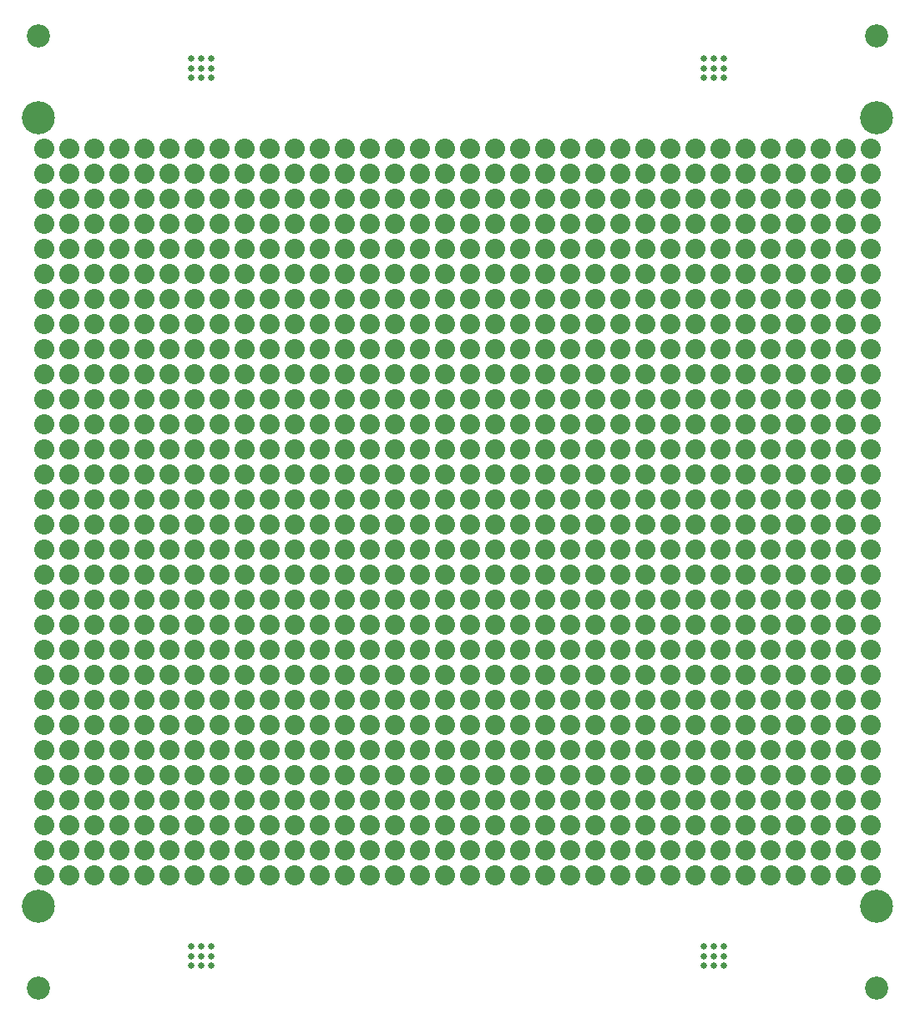
<source format=gbs>
G75*
%MOIN*%
%OFA0B0*%
%FSLAX25Y25*%
%IPPOS*%
%LPD*%
%AMOC8*
5,1,8,0,0,1.08239X$1,22.5*
%
%ADD10C,0.13198*%
%ADD11C,0.02569*%
%ADD12C,0.09261*%
%ADD13C,0.08000*%
D10*
X0016427Y0041170D03*
X0016427Y0356131D03*
X0351072Y0356131D03*
X0351072Y0041170D03*
D11*
X0290049Y0025422D03*
X0290049Y0021485D03*
X0290049Y0017548D03*
X0286112Y0017548D03*
X0286112Y0021485D03*
X0286112Y0025422D03*
X0282175Y0025422D03*
X0282175Y0021485D03*
X0282175Y0017548D03*
X0085324Y0017548D03*
X0081387Y0017548D03*
X0077450Y0017548D03*
X0077450Y0021485D03*
X0077450Y0025422D03*
X0081387Y0025422D03*
X0081387Y0021485D03*
X0085324Y0021485D03*
X0085324Y0025422D03*
X0085324Y0371879D03*
X0081387Y0371879D03*
X0077450Y0371879D03*
X0077450Y0375816D03*
X0077450Y0379753D03*
X0081387Y0379753D03*
X0081387Y0375816D03*
X0085324Y0375816D03*
X0085324Y0379753D03*
X0282175Y0379753D03*
X0286112Y0379753D03*
X0286112Y0375816D03*
X0286112Y0371879D03*
X0282175Y0371879D03*
X0282175Y0375816D03*
X0290049Y0375816D03*
X0290049Y0379753D03*
X0290049Y0371879D03*
D12*
X0016427Y0008690D03*
X0351072Y0008690D03*
X0351072Y0388611D03*
X0016427Y0388611D03*
D13*
X0018750Y0343650D03*
X0028750Y0343650D03*
X0038750Y0343650D03*
X0048750Y0343650D03*
X0058750Y0343650D03*
X0068750Y0343650D03*
X0078750Y0343650D03*
X0088750Y0343650D03*
X0098750Y0343650D03*
X0108750Y0343650D03*
X0118750Y0343650D03*
X0128750Y0343650D03*
X0138750Y0343650D03*
X0148750Y0343650D03*
X0158750Y0343650D03*
X0168750Y0343650D03*
X0178750Y0343650D03*
X0188750Y0343650D03*
X0198750Y0343650D03*
X0208750Y0343650D03*
X0218750Y0343650D03*
X0228750Y0343650D03*
X0238750Y0343650D03*
X0248750Y0343650D03*
X0258750Y0343650D03*
X0268750Y0343650D03*
X0278750Y0343650D03*
X0288750Y0343650D03*
X0298750Y0343650D03*
X0308750Y0343650D03*
X0318750Y0343650D03*
X0328750Y0343650D03*
X0338750Y0343650D03*
X0348750Y0343650D03*
X0348750Y0333650D03*
X0348750Y0323650D03*
X0348750Y0313650D03*
X0348750Y0303650D03*
X0348750Y0293650D03*
X0348750Y0283650D03*
X0348750Y0273650D03*
X0348750Y0263650D03*
X0348750Y0253650D03*
X0348750Y0243650D03*
X0348750Y0233650D03*
X0348750Y0223650D03*
X0348750Y0213650D03*
X0348750Y0203650D03*
X0348750Y0193650D03*
X0348750Y0183650D03*
X0348750Y0173650D03*
X0348750Y0163650D03*
X0348750Y0153650D03*
X0348750Y0143650D03*
X0348750Y0133650D03*
X0348750Y0123650D03*
X0348750Y0113650D03*
X0348750Y0103650D03*
X0348750Y0093650D03*
X0348750Y0083650D03*
X0348750Y0073650D03*
X0348750Y0063650D03*
X0348750Y0053650D03*
X0338750Y0053650D03*
X0338750Y0063650D03*
X0338750Y0073650D03*
X0338750Y0083650D03*
X0338750Y0093650D03*
X0338750Y0103650D03*
X0338750Y0113650D03*
X0338750Y0123650D03*
X0338750Y0133650D03*
X0338750Y0143650D03*
X0338750Y0153650D03*
X0338750Y0163650D03*
X0338750Y0173650D03*
X0338750Y0183650D03*
X0338750Y0193650D03*
X0338750Y0203650D03*
X0338750Y0213650D03*
X0338750Y0223650D03*
X0338750Y0233650D03*
X0338750Y0243650D03*
X0338750Y0253650D03*
X0338750Y0263650D03*
X0338750Y0273650D03*
X0338750Y0283650D03*
X0338750Y0293650D03*
X0338750Y0303650D03*
X0338750Y0313650D03*
X0338750Y0323650D03*
X0338750Y0333650D03*
X0328750Y0333650D03*
X0328750Y0323650D03*
X0328750Y0313650D03*
X0328750Y0303650D03*
X0328750Y0293650D03*
X0328750Y0283650D03*
X0328750Y0273650D03*
X0328750Y0263650D03*
X0328750Y0253650D03*
X0328750Y0243650D03*
X0328750Y0233650D03*
X0328750Y0223650D03*
X0328750Y0213650D03*
X0328750Y0203650D03*
X0328750Y0193650D03*
X0328750Y0183650D03*
X0328750Y0173650D03*
X0328750Y0163650D03*
X0328750Y0153650D03*
X0328750Y0143650D03*
X0328750Y0133650D03*
X0328750Y0123650D03*
X0328750Y0113650D03*
X0328750Y0103650D03*
X0328750Y0093650D03*
X0328750Y0083650D03*
X0328750Y0073650D03*
X0328750Y0063650D03*
X0328750Y0053650D03*
X0318750Y0053650D03*
X0308750Y0053650D03*
X0308750Y0063650D03*
X0318750Y0063650D03*
X0318750Y0073650D03*
X0308750Y0073650D03*
X0308750Y0083650D03*
X0318750Y0083650D03*
X0318750Y0093650D03*
X0308750Y0093650D03*
X0308750Y0103650D03*
X0318750Y0103650D03*
X0318750Y0113650D03*
X0308750Y0113650D03*
X0308750Y0123650D03*
X0318750Y0123650D03*
X0318750Y0133650D03*
X0308750Y0133650D03*
X0308750Y0143650D03*
X0318750Y0143650D03*
X0318750Y0153650D03*
X0308750Y0153650D03*
X0308750Y0163650D03*
X0318750Y0163650D03*
X0318750Y0173650D03*
X0308750Y0173650D03*
X0308750Y0183650D03*
X0318750Y0183650D03*
X0318750Y0193650D03*
X0308750Y0193650D03*
X0308750Y0203650D03*
X0318750Y0203650D03*
X0318750Y0213650D03*
X0308750Y0213650D03*
X0308750Y0223650D03*
X0318750Y0223650D03*
X0318750Y0233650D03*
X0308750Y0233650D03*
X0308750Y0243650D03*
X0318750Y0243650D03*
X0318750Y0253650D03*
X0308750Y0253650D03*
X0308750Y0263650D03*
X0318750Y0263650D03*
X0318750Y0273650D03*
X0308750Y0273650D03*
X0308750Y0283650D03*
X0318750Y0283650D03*
X0318750Y0293650D03*
X0308750Y0293650D03*
X0308750Y0303650D03*
X0318750Y0303650D03*
X0318750Y0313650D03*
X0308750Y0313650D03*
X0308750Y0323650D03*
X0318750Y0323650D03*
X0318750Y0333650D03*
X0308750Y0333650D03*
X0298750Y0333650D03*
X0298750Y0323650D03*
X0298750Y0313650D03*
X0298750Y0303650D03*
X0298750Y0293650D03*
X0298750Y0283650D03*
X0298750Y0273650D03*
X0298750Y0263650D03*
X0298750Y0253650D03*
X0298750Y0243650D03*
X0298750Y0233650D03*
X0298750Y0223650D03*
X0298750Y0213650D03*
X0298750Y0203650D03*
X0298750Y0193650D03*
X0298750Y0183650D03*
X0298750Y0173650D03*
X0298750Y0163650D03*
X0298750Y0153650D03*
X0298750Y0143650D03*
X0298750Y0133650D03*
X0298750Y0123650D03*
X0298750Y0113650D03*
X0298750Y0103650D03*
X0298750Y0093650D03*
X0298750Y0083650D03*
X0298750Y0073650D03*
X0298750Y0063650D03*
X0298750Y0053650D03*
X0288750Y0053650D03*
X0288750Y0063650D03*
X0288750Y0073650D03*
X0288750Y0083650D03*
X0288750Y0093650D03*
X0288750Y0103650D03*
X0288750Y0113650D03*
X0288750Y0123650D03*
X0288750Y0133650D03*
X0288750Y0143650D03*
X0288750Y0153650D03*
X0288750Y0163650D03*
X0288750Y0173650D03*
X0288750Y0183650D03*
X0288750Y0193650D03*
X0288750Y0203650D03*
X0288750Y0213650D03*
X0288750Y0223650D03*
X0288750Y0233650D03*
X0288750Y0243650D03*
X0288750Y0253650D03*
X0288750Y0263650D03*
X0288750Y0273650D03*
X0288750Y0283650D03*
X0288750Y0293650D03*
X0288750Y0303650D03*
X0288750Y0313650D03*
X0288750Y0323650D03*
X0288750Y0333650D03*
X0278750Y0333650D03*
X0278750Y0323650D03*
X0268750Y0323650D03*
X0268750Y0333650D03*
X0258750Y0333650D03*
X0258750Y0323650D03*
X0258750Y0313650D03*
X0258750Y0303650D03*
X0268750Y0303650D03*
X0278750Y0303650D03*
X0278750Y0313650D03*
X0268750Y0313650D03*
X0268750Y0293650D03*
X0278750Y0293650D03*
X0278750Y0283650D03*
X0268750Y0283650D03*
X0268750Y0273650D03*
X0278750Y0273650D03*
X0278750Y0263650D03*
X0268750Y0263650D03*
X0268750Y0253650D03*
X0278750Y0253650D03*
X0278750Y0243650D03*
X0268750Y0243650D03*
X0268750Y0233650D03*
X0278750Y0233650D03*
X0278750Y0223650D03*
X0268750Y0223650D03*
X0268750Y0213650D03*
X0278750Y0213650D03*
X0278750Y0203650D03*
X0268750Y0203650D03*
X0268750Y0193650D03*
X0278750Y0193650D03*
X0278750Y0183650D03*
X0268750Y0183650D03*
X0268750Y0173650D03*
X0278750Y0173650D03*
X0278750Y0163650D03*
X0268750Y0163650D03*
X0268750Y0153650D03*
X0278750Y0153650D03*
X0278750Y0143650D03*
X0268750Y0143650D03*
X0268750Y0133650D03*
X0278750Y0133650D03*
X0278750Y0123650D03*
X0268750Y0123650D03*
X0268750Y0113650D03*
X0278750Y0113650D03*
X0278750Y0103650D03*
X0268750Y0103650D03*
X0268750Y0093650D03*
X0278750Y0093650D03*
X0278750Y0083650D03*
X0268750Y0083650D03*
X0268750Y0073650D03*
X0278750Y0073650D03*
X0278750Y0063650D03*
X0268750Y0063650D03*
X0268750Y0053650D03*
X0278750Y0053650D03*
X0258750Y0053650D03*
X0258750Y0063650D03*
X0258750Y0073650D03*
X0258750Y0083650D03*
X0258750Y0093650D03*
X0258750Y0103650D03*
X0258750Y0113650D03*
X0258750Y0123650D03*
X0258750Y0133650D03*
X0258750Y0143650D03*
X0258750Y0153650D03*
X0258750Y0163650D03*
X0258750Y0173650D03*
X0258750Y0183650D03*
X0258750Y0193650D03*
X0258750Y0203650D03*
X0258750Y0213650D03*
X0258750Y0223650D03*
X0258750Y0233650D03*
X0258750Y0243650D03*
X0258750Y0253650D03*
X0258750Y0263650D03*
X0258750Y0273650D03*
X0258750Y0283650D03*
X0258750Y0293650D03*
X0248750Y0293650D03*
X0248750Y0283650D03*
X0238750Y0283650D03*
X0238750Y0293650D03*
X0238750Y0303650D03*
X0248750Y0303650D03*
X0248750Y0313650D03*
X0238750Y0313650D03*
X0238750Y0323650D03*
X0248750Y0323650D03*
X0248750Y0333650D03*
X0238750Y0333650D03*
X0228750Y0333650D03*
X0228750Y0323650D03*
X0228750Y0313650D03*
X0228750Y0303650D03*
X0228750Y0293650D03*
X0228750Y0283650D03*
X0228750Y0273650D03*
X0228750Y0263650D03*
X0238750Y0263650D03*
X0248750Y0263650D03*
X0248750Y0273650D03*
X0238750Y0273650D03*
X0238750Y0253650D03*
X0248750Y0253650D03*
X0248750Y0243650D03*
X0238750Y0243650D03*
X0238750Y0233650D03*
X0248750Y0233650D03*
X0248750Y0223650D03*
X0238750Y0223650D03*
X0238750Y0213650D03*
X0248750Y0213650D03*
X0248750Y0203650D03*
X0238750Y0203650D03*
X0238750Y0193650D03*
X0248750Y0193650D03*
X0248750Y0183650D03*
X0238750Y0183650D03*
X0238750Y0173650D03*
X0248750Y0173650D03*
X0248750Y0163650D03*
X0238750Y0163650D03*
X0238750Y0153650D03*
X0248750Y0153650D03*
X0248750Y0143650D03*
X0238750Y0143650D03*
X0238750Y0133650D03*
X0248750Y0133650D03*
X0248750Y0123650D03*
X0238750Y0123650D03*
X0238750Y0113650D03*
X0248750Y0113650D03*
X0248750Y0103650D03*
X0238750Y0103650D03*
X0238750Y0093650D03*
X0248750Y0093650D03*
X0248750Y0083650D03*
X0238750Y0083650D03*
X0238750Y0073650D03*
X0248750Y0073650D03*
X0248750Y0063650D03*
X0238750Y0063650D03*
X0238750Y0053650D03*
X0248750Y0053650D03*
X0228750Y0053650D03*
X0228750Y0063650D03*
X0228750Y0073650D03*
X0228750Y0083650D03*
X0228750Y0093650D03*
X0228750Y0103650D03*
X0228750Y0113650D03*
X0228750Y0123650D03*
X0228750Y0133650D03*
X0228750Y0143650D03*
X0228750Y0153650D03*
X0228750Y0163650D03*
X0228750Y0173650D03*
X0228750Y0183650D03*
X0228750Y0193650D03*
X0228750Y0203650D03*
X0228750Y0213650D03*
X0228750Y0223650D03*
X0228750Y0233650D03*
X0228750Y0243650D03*
X0228750Y0253650D03*
X0218750Y0253650D03*
X0218750Y0243650D03*
X0218750Y0233650D03*
X0218750Y0223650D03*
X0218750Y0213650D03*
X0218750Y0203650D03*
X0218750Y0193650D03*
X0218750Y0183650D03*
X0218750Y0173650D03*
X0218750Y0163650D03*
X0218750Y0153650D03*
X0218750Y0143650D03*
X0218750Y0133650D03*
X0218750Y0123650D03*
X0218750Y0113650D03*
X0218750Y0103650D03*
X0218750Y0093650D03*
X0218750Y0083650D03*
X0218750Y0073650D03*
X0218750Y0063650D03*
X0218750Y0053650D03*
X0208750Y0053650D03*
X0198750Y0053650D03*
X0198750Y0063650D03*
X0208750Y0063650D03*
X0208750Y0073650D03*
X0198750Y0073650D03*
X0198750Y0083650D03*
X0208750Y0083650D03*
X0208750Y0093650D03*
X0198750Y0093650D03*
X0198750Y0103650D03*
X0208750Y0103650D03*
X0208750Y0113650D03*
X0198750Y0113650D03*
X0198750Y0123650D03*
X0208750Y0123650D03*
X0208750Y0133650D03*
X0198750Y0133650D03*
X0198750Y0143650D03*
X0208750Y0143650D03*
X0208750Y0153650D03*
X0198750Y0153650D03*
X0198750Y0163650D03*
X0208750Y0163650D03*
X0208750Y0173650D03*
X0198750Y0173650D03*
X0198750Y0183650D03*
X0208750Y0183650D03*
X0208750Y0193650D03*
X0198750Y0193650D03*
X0198750Y0203650D03*
X0208750Y0203650D03*
X0208750Y0213650D03*
X0198750Y0213650D03*
X0198750Y0223650D03*
X0208750Y0223650D03*
X0208750Y0233650D03*
X0198750Y0233650D03*
X0198750Y0243650D03*
X0208750Y0243650D03*
X0208750Y0253650D03*
X0198750Y0253650D03*
X0198750Y0263650D03*
X0208750Y0263650D03*
X0208750Y0273650D03*
X0198750Y0273650D03*
X0198750Y0283650D03*
X0208750Y0283650D03*
X0208750Y0293650D03*
X0198750Y0293650D03*
X0198750Y0303650D03*
X0208750Y0303650D03*
X0208750Y0313650D03*
X0198750Y0313650D03*
X0198750Y0323650D03*
X0208750Y0323650D03*
X0208750Y0333650D03*
X0198750Y0333650D03*
X0188750Y0333650D03*
X0188750Y0323650D03*
X0188750Y0313650D03*
X0188750Y0303650D03*
X0188750Y0293650D03*
X0188750Y0283650D03*
X0188750Y0273650D03*
X0188750Y0263650D03*
X0188750Y0253650D03*
X0188750Y0243650D03*
X0188750Y0233650D03*
X0188750Y0223650D03*
X0188750Y0213650D03*
X0188750Y0203650D03*
X0188750Y0193650D03*
X0188750Y0183650D03*
X0188750Y0173650D03*
X0188750Y0163650D03*
X0188750Y0153650D03*
X0188750Y0143650D03*
X0188750Y0133650D03*
X0188750Y0123650D03*
X0188750Y0113650D03*
X0188750Y0103650D03*
X0188750Y0093650D03*
X0188750Y0083650D03*
X0188750Y0073650D03*
X0188750Y0063650D03*
X0188750Y0053650D03*
X0178750Y0053650D03*
X0178750Y0063650D03*
X0178750Y0073650D03*
X0178750Y0083650D03*
X0178750Y0093650D03*
X0178750Y0103650D03*
X0178750Y0113650D03*
X0178750Y0123650D03*
X0178750Y0133650D03*
X0178750Y0143650D03*
X0178750Y0153650D03*
X0178750Y0163650D03*
X0178750Y0173650D03*
X0178750Y0183650D03*
X0178750Y0193650D03*
X0178750Y0203650D03*
X0178750Y0213650D03*
X0178750Y0223650D03*
X0178750Y0233650D03*
X0178750Y0243650D03*
X0178750Y0253650D03*
X0178750Y0263650D03*
X0178750Y0273650D03*
X0178750Y0283650D03*
X0178750Y0293650D03*
X0178750Y0303650D03*
X0178750Y0313650D03*
X0178750Y0323650D03*
X0178750Y0333650D03*
X0168750Y0333650D03*
X0168750Y0323650D03*
X0158750Y0323650D03*
X0158750Y0333650D03*
X0148750Y0333650D03*
X0148750Y0323650D03*
X0148750Y0313650D03*
X0148750Y0303650D03*
X0158750Y0303650D03*
X0168750Y0303650D03*
X0168750Y0313650D03*
X0158750Y0313650D03*
X0158750Y0293650D03*
X0168750Y0293650D03*
X0168750Y0283650D03*
X0158750Y0283650D03*
X0158750Y0273650D03*
X0168750Y0273650D03*
X0168750Y0263650D03*
X0158750Y0263650D03*
X0158750Y0253650D03*
X0168750Y0253650D03*
X0168750Y0243650D03*
X0158750Y0243650D03*
X0158750Y0233650D03*
X0168750Y0233650D03*
X0168750Y0223650D03*
X0158750Y0223650D03*
X0158750Y0213650D03*
X0168750Y0213650D03*
X0168750Y0203650D03*
X0158750Y0203650D03*
X0158750Y0193650D03*
X0168750Y0193650D03*
X0168750Y0183650D03*
X0158750Y0183650D03*
X0158750Y0173650D03*
X0168750Y0173650D03*
X0168750Y0163650D03*
X0158750Y0163650D03*
X0158750Y0153650D03*
X0168750Y0153650D03*
X0168750Y0143650D03*
X0158750Y0143650D03*
X0158750Y0133650D03*
X0168750Y0133650D03*
X0168750Y0123650D03*
X0158750Y0123650D03*
X0158750Y0113650D03*
X0168750Y0113650D03*
X0168750Y0103650D03*
X0158750Y0103650D03*
X0158750Y0093650D03*
X0168750Y0093650D03*
X0168750Y0083650D03*
X0158750Y0083650D03*
X0158750Y0073650D03*
X0168750Y0073650D03*
X0168750Y0063650D03*
X0158750Y0063650D03*
X0158750Y0053650D03*
X0168750Y0053650D03*
X0148750Y0053650D03*
X0148750Y0063650D03*
X0148750Y0073650D03*
X0148750Y0083650D03*
X0148750Y0093650D03*
X0148750Y0103650D03*
X0148750Y0113650D03*
X0148750Y0123650D03*
X0148750Y0133650D03*
X0148750Y0143650D03*
X0148750Y0153650D03*
X0148750Y0163650D03*
X0148750Y0173650D03*
X0148750Y0183650D03*
X0148750Y0193650D03*
X0148750Y0203650D03*
X0148750Y0213650D03*
X0148750Y0223650D03*
X0148750Y0233650D03*
X0148750Y0243650D03*
X0148750Y0253650D03*
X0148750Y0263650D03*
X0148750Y0273650D03*
X0148750Y0283650D03*
X0148750Y0293650D03*
X0138750Y0293650D03*
X0138750Y0283650D03*
X0128750Y0283650D03*
X0128750Y0293650D03*
X0128750Y0303650D03*
X0138750Y0303650D03*
X0138750Y0313650D03*
X0128750Y0313650D03*
X0128750Y0323650D03*
X0138750Y0323650D03*
X0138750Y0333650D03*
X0128750Y0333650D03*
X0118750Y0333650D03*
X0118750Y0323650D03*
X0118750Y0313650D03*
X0118750Y0303650D03*
X0118750Y0293650D03*
X0118750Y0283650D03*
X0118750Y0273650D03*
X0118750Y0263650D03*
X0128750Y0263650D03*
X0138750Y0263650D03*
X0138750Y0273650D03*
X0128750Y0273650D03*
X0128750Y0253650D03*
X0138750Y0253650D03*
X0138750Y0243650D03*
X0128750Y0243650D03*
X0128750Y0233650D03*
X0138750Y0233650D03*
X0138750Y0223650D03*
X0128750Y0223650D03*
X0128750Y0213650D03*
X0138750Y0213650D03*
X0138750Y0203650D03*
X0128750Y0203650D03*
X0128750Y0193650D03*
X0138750Y0193650D03*
X0138750Y0183650D03*
X0128750Y0183650D03*
X0128750Y0173650D03*
X0138750Y0173650D03*
X0138750Y0163650D03*
X0128750Y0163650D03*
X0128750Y0153650D03*
X0138750Y0153650D03*
X0138750Y0143650D03*
X0128750Y0143650D03*
X0128750Y0133650D03*
X0138750Y0133650D03*
X0138750Y0123650D03*
X0128750Y0123650D03*
X0128750Y0113650D03*
X0138750Y0113650D03*
X0138750Y0103650D03*
X0128750Y0103650D03*
X0128750Y0093650D03*
X0138750Y0093650D03*
X0138750Y0083650D03*
X0128750Y0083650D03*
X0128750Y0073650D03*
X0138750Y0073650D03*
X0138750Y0063650D03*
X0128750Y0063650D03*
X0128750Y0053650D03*
X0138750Y0053650D03*
X0118750Y0053650D03*
X0118750Y0063650D03*
X0118750Y0073650D03*
X0118750Y0083650D03*
X0118750Y0093650D03*
X0118750Y0103650D03*
X0118750Y0113650D03*
X0118750Y0123650D03*
X0118750Y0133650D03*
X0118750Y0143650D03*
X0118750Y0153650D03*
X0118750Y0163650D03*
X0118750Y0173650D03*
X0118750Y0183650D03*
X0118750Y0193650D03*
X0118750Y0203650D03*
X0118750Y0213650D03*
X0118750Y0223650D03*
X0118750Y0233650D03*
X0118750Y0243650D03*
X0118750Y0253650D03*
X0108750Y0253650D03*
X0108750Y0243650D03*
X0108750Y0233650D03*
X0108750Y0223650D03*
X0108750Y0213650D03*
X0108750Y0203650D03*
X0108750Y0193650D03*
X0108750Y0183650D03*
X0108750Y0173650D03*
X0108750Y0163650D03*
X0108750Y0153650D03*
X0108750Y0143650D03*
X0108750Y0133650D03*
X0108750Y0123650D03*
X0108750Y0113650D03*
X0108750Y0103650D03*
X0108750Y0093650D03*
X0108750Y0083650D03*
X0108750Y0073650D03*
X0108750Y0063650D03*
X0108750Y0053650D03*
X0098750Y0053650D03*
X0088750Y0053650D03*
X0088750Y0063650D03*
X0098750Y0063650D03*
X0098750Y0073650D03*
X0088750Y0073650D03*
X0088750Y0083650D03*
X0098750Y0083650D03*
X0098750Y0093650D03*
X0088750Y0093650D03*
X0088750Y0103650D03*
X0098750Y0103650D03*
X0098750Y0113650D03*
X0088750Y0113650D03*
X0088750Y0123650D03*
X0098750Y0123650D03*
X0098750Y0133650D03*
X0088750Y0133650D03*
X0088750Y0143650D03*
X0098750Y0143650D03*
X0098750Y0153650D03*
X0088750Y0153650D03*
X0088750Y0163650D03*
X0098750Y0163650D03*
X0098750Y0173650D03*
X0088750Y0173650D03*
X0088750Y0183650D03*
X0098750Y0183650D03*
X0098750Y0193650D03*
X0088750Y0193650D03*
X0088750Y0203650D03*
X0098750Y0203650D03*
X0098750Y0213650D03*
X0088750Y0213650D03*
X0088750Y0223650D03*
X0098750Y0223650D03*
X0098750Y0233650D03*
X0088750Y0233650D03*
X0088750Y0243650D03*
X0098750Y0243650D03*
X0098750Y0253650D03*
X0088750Y0253650D03*
X0088750Y0263650D03*
X0098750Y0263650D03*
X0098750Y0273650D03*
X0088750Y0273650D03*
X0088750Y0283650D03*
X0098750Y0283650D03*
X0098750Y0293650D03*
X0088750Y0293650D03*
X0088750Y0303650D03*
X0098750Y0303650D03*
X0098750Y0313650D03*
X0088750Y0313650D03*
X0088750Y0323650D03*
X0098750Y0323650D03*
X0098750Y0333650D03*
X0088750Y0333650D03*
X0078750Y0333650D03*
X0078750Y0323650D03*
X0078750Y0313650D03*
X0078750Y0303650D03*
X0078750Y0293650D03*
X0078750Y0283650D03*
X0078750Y0273650D03*
X0078750Y0263650D03*
X0078750Y0253650D03*
X0078750Y0243650D03*
X0078750Y0233650D03*
X0078750Y0223650D03*
X0078750Y0213650D03*
X0078750Y0203650D03*
X0078750Y0193650D03*
X0078750Y0183650D03*
X0078750Y0173650D03*
X0078750Y0163650D03*
X0078750Y0153650D03*
X0078750Y0143650D03*
X0078750Y0133650D03*
X0078750Y0123650D03*
X0078750Y0113650D03*
X0078750Y0103650D03*
X0078750Y0093650D03*
X0078750Y0083650D03*
X0078750Y0073650D03*
X0078750Y0063650D03*
X0078750Y0053650D03*
X0068750Y0053650D03*
X0058750Y0053650D03*
X0058750Y0063650D03*
X0068750Y0063650D03*
X0068750Y0073650D03*
X0058750Y0073650D03*
X0058750Y0083650D03*
X0068750Y0083650D03*
X0068750Y0093650D03*
X0058750Y0093650D03*
X0058750Y0103650D03*
X0068750Y0103650D03*
X0068750Y0113650D03*
X0058750Y0113650D03*
X0058750Y0123650D03*
X0068750Y0123650D03*
X0068750Y0133650D03*
X0058750Y0133650D03*
X0058750Y0143650D03*
X0068750Y0143650D03*
X0068750Y0153650D03*
X0058750Y0153650D03*
X0058750Y0163650D03*
X0068750Y0163650D03*
X0068750Y0173650D03*
X0058750Y0173650D03*
X0058750Y0183650D03*
X0068750Y0183650D03*
X0068750Y0193650D03*
X0058750Y0193650D03*
X0058750Y0203650D03*
X0068750Y0203650D03*
X0068750Y0213650D03*
X0058750Y0213650D03*
X0058750Y0223650D03*
X0068750Y0223650D03*
X0068750Y0233650D03*
X0058750Y0233650D03*
X0058750Y0243650D03*
X0068750Y0243650D03*
X0068750Y0253650D03*
X0058750Y0253650D03*
X0058750Y0263650D03*
X0068750Y0263650D03*
X0068750Y0273650D03*
X0058750Y0273650D03*
X0058750Y0283650D03*
X0068750Y0283650D03*
X0068750Y0293650D03*
X0058750Y0293650D03*
X0058750Y0303650D03*
X0068750Y0303650D03*
X0068750Y0313650D03*
X0058750Y0313650D03*
X0058750Y0323650D03*
X0068750Y0323650D03*
X0068750Y0333650D03*
X0058750Y0333650D03*
X0048750Y0333650D03*
X0048750Y0323650D03*
X0048750Y0313650D03*
X0048750Y0303650D03*
X0048750Y0293650D03*
X0048750Y0283650D03*
X0048750Y0273650D03*
X0048750Y0263650D03*
X0048750Y0253650D03*
X0048750Y0243650D03*
X0048750Y0233650D03*
X0048750Y0223650D03*
X0048750Y0213650D03*
X0048750Y0203650D03*
X0048750Y0193650D03*
X0048750Y0183650D03*
X0048750Y0173650D03*
X0048750Y0163650D03*
X0048750Y0153650D03*
X0048750Y0143650D03*
X0048750Y0133650D03*
X0048750Y0123650D03*
X0048750Y0113650D03*
X0048750Y0103650D03*
X0048750Y0093650D03*
X0048750Y0083650D03*
X0048750Y0073650D03*
X0048750Y0063650D03*
X0048750Y0053650D03*
X0038750Y0053650D03*
X0038750Y0063650D03*
X0038750Y0073650D03*
X0038750Y0083650D03*
X0038750Y0093650D03*
X0038750Y0103650D03*
X0038750Y0113650D03*
X0038750Y0123650D03*
X0038750Y0133650D03*
X0038750Y0143650D03*
X0038750Y0153650D03*
X0038750Y0163650D03*
X0038750Y0173650D03*
X0038750Y0183650D03*
X0038750Y0193650D03*
X0038750Y0203650D03*
X0038750Y0213650D03*
X0038750Y0223650D03*
X0038750Y0233650D03*
X0038750Y0243650D03*
X0038750Y0253650D03*
X0038750Y0263650D03*
X0038750Y0273650D03*
X0038750Y0283650D03*
X0038750Y0293650D03*
X0038750Y0303650D03*
X0038750Y0313650D03*
X0038750Y0323650D03*
X0038750Y0333650D03*
X0028750Y0333650D03*
X0028750Y0323650D03*
X0018750Y0323650D03*
X0018750Y0333650D03*
X0018750Y0313650D03*
X0028750Y0313650D03*
X0028750Y0303650D03*
X0018750Y0303650D03*
X0018750Y0293650D03*
X0028750Y0293650D03*
X0028750Y0283650D03*
X0018750Y0283650D03*
X0018750Y0273650D03*
X0028750Y0273650D03*
X0028750Y0263650D03*
X0018750Y0263650D03*
X0018750Y0253650D03*
X0028750Y0253650D03*
X0028750Y0243650D03*
X0018750Y0243650D03*
X0018750Y0233650D03*
X0028750Y0233650D03*
X0028750Y0223650D03*
X0018750Y0223650D03*
X0018750Y0213650D03*
X0028750Y0213650D03*
X0028750Y0203650D03*
X0018750Y0203650D03*
X0018750Y0193650D03*
X0028750Y0193650D03*
X0028750Y0183650D03*
X0018750Y0183650D03*
X0018750Y0173650D03*
X0028750Y0173650D03*
X0028750Y0163650D03*
X0018750Y0163650D03*
X0018750Y0153650D03*
X0028750Y0153650D03*
X0028750Y0143650D03*
X0018750Y0143650D03*
X0018750Y0133650D03*
X0028750Y0133650D03*
X0028750Y0123650D03*
X0018750Y0123650D03*
X0018750Y0113650D03*
X0028750Y0113650D03*
X0028750Y0103650D03*
X0018750Y0103650D03*
X0018750Y0093650D03*
X0028750Y0093650D03*
X0028750Y0083650D03*
X0018750Y0083650D03*
X0018750Y0073650D03*
X0028750Y0073650D03*
X0028750Y0063650D03*
X0018750Y0063650D03*
X0018750Y0053650D03*
X0028750Y0053650D03*
X0108750Y0263650D03*
X0108750Y0273650D03*
X0108750Y0283650D03*
X0108750Y0293650D03*
X0108750Y0303650D03*
X0108750Y0313650D03*
X0108750Y0323650D03*
X0108750Y0333650D03*
X0218750Y0333650D03*
X0218750Y0323650D03*
X0218750Y0313650D03*
X0218750Y0303650D03*
X0218750Y0293650D03*
X0218750Y0283650D03*
X0218750Y0273650D03*
X0218750Y0263650D03*
M02*

</source>
